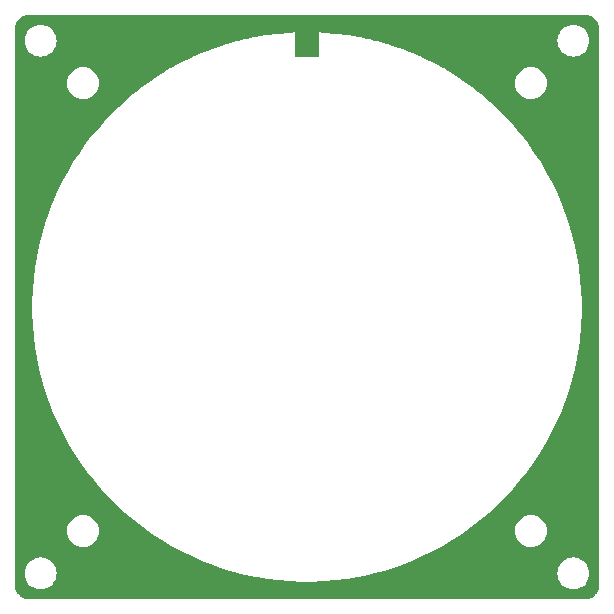
<source format=gbr>
%TF.GenerationSoftware,KiCad,Pcbnew,7.0.5*%
%TF.CreationDate,2024-08-05T11:44:26+08:00*%
%TF.ProjectId,TPS,5450532e-6b69-4636-9164-5f7063625858,rev?*%
%TF.SameCoordinates,Original*%
%TF.FileFunction,Copper,L1,Top*%
%TF.FilePolarity,Positive*%
%FSLAX46Y46*%
G04 Gerber Fmt 4.6, Leading zero omitted, Abs format (unit mm)*
G04 Created by KiCad (PCBNEW 7.0.5) date 2024-08-05 11:44:26*
%MOMM*%
%LPD*%
G01*
G04 APERTURE LIST*
G04 APERTURE END LIST*
%TA.AperFunction,NonConductor*%
G36*
X86707426Y-55686691D02*
G01*
X86710040Y-55686896D01*
X86762011Y-55690986D01*
X86902579Y-55703285D01*
X86920698Y-55706236D01*
X87000242Y-55725333D01*
X87001699Y-55725702D01*
X87088318Y-55748912D01*
X87111714Y-55755181D01*
X87119400Y-55757790D01*
X87168484Y-55778120D01*
X87204737Y-55793136D01*
X87207156Y-55794201D01*
X87304970Y-55839813D01*
X87311140Y-55843128D01*
X87353965Y-55869371D01*
X87391767Y-55892537D01*
X87394927Y-55894608D01*
X87481606Y-55955302D01*
X87486285Y-55958924D01*
X87558840Y-56020892D01*
X87562389Y-56024173D01*
X87636824Y-56098608D01*
X87640109Y-56102162D01*
X87702070Y-56174708D01*
X87705707Y-56179406D01*
X87766385Y-56266064D01*
X87768461Y-56269231D01*
X87817863Y-56349845D01*
X87821193Y-56356043D01*
X87866780Y-56453804D01*
X87867870Y-56456281D01*
X87903208Y-56541598D01*
X87905817Y-56549284D01*
X87935277Y-56659226D01*
X87935676Y-56660800D01*
X87954760Y-56740290D01*
X87957714Y-56758430D01*
X87970014Y-56899024D01*
X87974309Y-56953572D01*
X87974500Y-56958440D01*
X87974500Y-103927559D01*
X87974309Y-103932427D01*
X87970014Y-103986974D01*
X87957714Y-104127568D01*
X87954760Y-104145708D01*
X87935676Y-104225198D01*
X87935277Y-104226772D01*
X87905817Y-104336714D01*
X87903208Y-104344400D01*
X87867870Y-104429717D01*
X87866780Y-104432194D01*
X87821193Y-104529955D01*
X87817863Y-104536153D01*
X87768461Y-104616767D01*
X87766385Y-104619934D01*
X87705707Y-104706592D01*
X87702062Y-104711300D01*
X87640118Y-104783827D01*
X87636812Y-104787403D01*
X87562403Y-104861812D01*
X87558827Y-104865118D01*
X87486300Y-104927062D01*
X87481592Y-104930707D01*
X87394934Y-104991385D01*
X87391767Y-104993461D01*
X87311153Y-105042863D01*
X87304955Y-105046193D01*
X87207194Y-105091780D01*
X87204717Y-105092870D01*
X87119400Y-105128208D01*
X87111714Y-105130817D01*
X87001772Y-105160277D01*
X87000198Y-105160676D01*
X86920708Y-105179760D01*
X86902568Y-105182714D01*
X86761974Y-105195014D01*
X86707427Y-105199309D01*
X86702559Y-105199500D01*
X39733441Y-105199500D01*
X39728573Y-105199309D01*
X39674024Y-105195014D01*
X39533430Y-105182714D01*
X39515290Y-105179760D01*
X39435800Y-105160676D01*
X39434226Y-105160277D01*
X39324284Y-105130817D01*
X39316598Y-105128208D01*
X39231281Y-105092870D01*
X39228804Y-105091780D01*
X39131043Y-105046193D01*
X39124845Y-105042863D01*
X39044231Y-104993461D01*
X39041064Y-104991385D01*
X39008182Y-104968361D01*
X38954399Y-104930702D01*
X38949708Y-104927070D01*
X38877162Y-104865109D01*
X38873608Y-104861824D01*
X38799173Y-104787389D01*
X38795892Y-104783840D01*
X38733924Y-104711285D01*
X38730302Y-104706606D01*
X38669608Y-104619927D01*
X38667537Y-104616767D01*
X38650182Y-104588448D01*
X38618128Y-104536140D01*
X38614813Y-104529970D01*
X38569201Y-104432156D01*
X38568136Y-104429737D01*
X38553120Y-104393484D01*
X38532790Y-104344400D01*
X38530181Y-104336714D01*
X38513350Y-104273901D01*
X38500702Y-104226699D01*
X38500333Y-104225242D01*
X38481236Y-104145698D01*
X38478285Y-104127579D01*
X38465984Y-103986974D01*
X38461691Y-103932426D01*
X38461500Y-103927560D01*
X38461500Y-103000000D01*
X39305341Y-103000000D01*
X39325936Y-103235403D01*
X39325938Y-103235413D01*
X39387094Y-103463655D01*
X39387096Y-103463659D01*
X39387097Y-103463663D01*
X39417613Y-103529104D01*
X39486964Y-103677828D01*
X39486965Y-103677830D01*
X39622505Y-103871402D01*
X39789597Y-104038494D01*
X39983169Y-104174034D01*
X39983171Y-104174035D01*
X40197337Y-104273903D01*
X40425592Y-104335063D01*
X40602032Y-104350499D01*
X40602033Y-104350500D01*
X40602034Y-104350500D01*
X40719967Y-104350500D01*
X40719967Y-104350499D01*
X40896408Y-104335063D01*
X41124663Y-104273903D01*
X41338829Y-104174035D01*
X41532401Y-104038495D01*
X41699495Y-103871401D01*
X41835035Y-103677830D01*
X41934903Y-103463663D01*
X41996063Y-103235408D01*
X42016659Y-103000000D01*
X42016412Y-102997182D01*
X41996063Y-102764596D01*
X41996063Y-102764592D01*
X41934903Y-102536337D01*
X41835035Y-102322171D01*
X41835034Y-102322169D01*
X41699494Y-102128597D01*
X41532402Y-101961505D01*
X41338830Y-101825965D01*
X41338828Y-101825964D01*
X41231746Y-101776030D01*
X41124663Y-101726097D01*
X41124659Y-101726096D01*
X41124655Y-101726094D01*
X40896413Y-101664938D01*
X40896403Y-101664936D01*
X40719967Y-101649500D01*
X40719966Y-101649500D01*
X40602034Y-101649500D01*
X40602033Y-101649500D01*
X40425596Y-101664936D01*
X40425586Y-101664938D01*
X40197344Y-101726094D01*
X40197335Y-101726098D01*
X39983171Y-101825964D01*
X39983169Y-101825965D01*
X39789597Y-101961505D01*
X39622506Y-102128597D01*
X39622501Y-102128604D01*
X39486967Y-102322165D01*
X39486965Y-102322169D01*
X39387098Y-102536335D01*
X39387094Y-102536344D01*
X39325938Y-102764586D01*
X39325936Y-102764596D01*
X39305341Y-102999999D01*
X39305341Y-103000000D01*
X38461500Y-103000000D01*
X38461500Y-99400000D01*
X42905341Y-99400000D01*
X42925936Y-99635403D01*
X42925938Y-99635413D01*
X42987094Y-99863655D01*
X42987096Y-99863659D01*
X42987097Y-99863663D01*
X43017176Y-99928167D01*
X43086964Y-100077828D01*
X43086965Y-100077830D01*
X43222505Y-100271402D01*
X43389597Y-100438494D01*
X43583169Y-100574034D01*
X43583171Y-100574035D01*
X43797337Y-100673903D01*
X44025592Y-100735063D01*
X44202032Y-100750499D01*
X44202033Y-100750500D01*
X44202034Y-100750500D01*
X44319967Y-100750500D01*
X44319967Y-100750499D01*
X44496408Y-100735063D01*
X44724663Y-100673903D01*
X44938829Y-100574035D01*
X45132401Y-100438495D01*
X45299495Y-100271401D01*
X45435035Y-100077830D01*
X45534903Y-99863663D01*
X45596063Y-99635408D01*
X45616659Y-99400000D01*
X45596063Y-99164592D01*
X45534903Y-98936337D01*
X45435035Y-98722171D01*
X45435034Y-98722169D01*
X45299494Y-98528597D01*
X45132402Y-98361505D01*
X44938830Y-98225965D01*
X44938828Y-98225964D01*
X44831746Y-98176030D01*
X44724663Y-98126097D01*
X44724659Y-98126096D01*
X44724655Y-98126094D01*
X44496413Y-98064938D01*
X44496403Y-98064936D01*
X44319967Y-98049500D01*
X44319966Y-98049500D01*
X44202034Y-98049500D01*
X44202033Y-98049500D01*
X44025596Y-98064936D01*
X44025586Y-98064938D01*
X43797344Y-98126094D01*
X43797335Y-98126098D01*
X43583171Y-98225964D01*
X43583169Y-98225965D01*
X43389597Y-98361505D01*
X43222506Y-98528597D01*
X43222501Y-98528604D01*
X43086967Y-98722165D01*
X43086965Y-98722169D01*
X42987098Y-98936335D01*
X42987094Y-98936344D01*
X42925938Y-99164586D01*
X42925936Y-99164596D01*
X42905341Y-99399999D01*
X42905341Y-99400000D01*
X38461500Y-99400000D01*
X38461500Y-80007649D01*
X39951840Y-80007649D01*
X39953695Y-80968345D01*
X39995198Y-81928075D01*
X40076280Y-82885316D01*
X40076283Y-82885343D01*
X40196800Y-83838374D01*
X40196803Y-83838395D01*
X40356558Y-84785670D01*
X40555279Y-85725562D01*
X40555284Y-85725583D01*
X40792620Y-86656443D01*
X41068181Y-87576732D01*
X41068184Y-87576740D01*
X41068187Y-87576749D01*
X41381499Y-88484886D01*
X41381505Y-88484901D01*
X41732023Y-89379310D01*
X41732026Y-89379316D01*
X41732027Y-89379318D01*
X42119173Y-90258519D01*
X42542277Y-91120992D01*
X43000619Y-91965267D01*
X43000626Y-91965279D01*
X43000630Y-91965286D01*
X43493412Y-92789896D01*
X43493429Y-92789924D01*
X44019835Y-93593505D01*
X44019851Y-93593527D01*
X44578959Y-94374675D01*
X44578964Y-94374682D01*
X45169857Y-95132112D01*
X45169859Y-95132115D01*
X45791508Y-95864510D01*
X45791528Y-95864533D01*
X46316830Y-96433999D01*
X46442883Y-96570650D01*
X47111457Y-97237935D01*
X47122840Y-97249296D01*
X47830202Y-97899274D01*
X47830210Y-97899281D01*
X48563814Y-98519524D01*
X49322393Y-99108960D01*
X50104655Y-99666584D01*
X50909265Y-100191446D01*
X51734853Y-100682651D01*
X52580011Y-101139361D01*
X53443299Y-101560800D01*
X53443306Y-101560803D01*
X53443310Y-101560805D01*
X53443336Y-101560817D01*
X54323211Y-101946232D01*
X54323227Y-101946238D01*
X54323247Y-101946247D01*
X55218353Y-102295047D01*
X56127094Y-102606605D01*
X57047919Y-102880390D01*
X57979259Y-103115936D01*
X57979283Y-103115941D01*
X57979287Y-103115942D01*
X58919522Y-103312839D01*
X59037955Y-103332577D01*
X59867123Y-103470768D01*
X60820429Y-103589450D01*
X61777821Y-103668683D01*
X61900381Y-103673745D01*
X62737663Y-103708334D01*
X62737667Y-103708334D01*
X63698337Y-103708334D01*
X64436778Y-103677829D01*
X64658179Y-103668683D01*
X65615571Y-103589450D01*
X66568877Y-103470768D01*
X67516471Y-103312840D01*
X67516471Y-103312839D01*
X67516477Y-103312839D01*
X68456712Y-103115942D01*
X68456709Y-103115942D01*
X68456741Y-103115936D01*
X68915148Y-103000000D01*
X84419341Y-103000000D01*
X84439936Y-103235403D01*
X84439938Y-103235413D01*
X84501094Y-103463655D01*
X84501096Y-103463659D01*
X84501097Y-103463663D01*
X84531613Y-103529104D01*
X84600964Y-103677828D01*
X84600965Y-103677830D01*
X84736505Y-103871402D01*
X84903597Y-104038494D01*
X85097169Y-104174034D01*
X85097171Y-104174035D01*
X85311337Y-104273903D01*
X85539592Y-104335063D01*
X85716032Y-104350499D01*
X85716033Y-104350500D01*
X85716034Y-104350500D01*
X85833967Y-104350500D01*
X85833967Y-104350499D01*
X86010408Y-104335063D01*
X86238663Y-104273903D01*
X86452829Y-104174035D01*
X86646401Y-104038495D01*
X86813495Y-103871401D01*
X86949035Y-103677830D01*
X87048903Y-103463663D01*
X87110063Y-103235408D01*
X87130659Y-103000000D01*
X87130412Y-102997182D01*
X87110063Y-102764596D01*
X87110063Y-102764592D01*
X87048903Y-102536337D01*
X86949035Y-102322171D01*
X86949034Y-102322169D01*
X86813494Y-102128597D01*
X86646402Y-101961505D01*
X86452830Y-101825965D01*
X86452828Y-101825964D01*
X86345746Y-101776031D01*
X86238663Y-101726097D01*
X86238659Y-101726096D01*
X86238655Y-101726094D01*
X86010413Y-101664938D01*
X86010403Y-101664936D01*
X85833967Y-101649500D01*
X85833966Y-101649500D01*
X85716034Y-101649500D01*
X85716033Y-101649500D01*
X85539596Y-101664936D01*
X85539586Y-101664938D01*
X85311344Y-101726094D01*
X85311335Y-101726098D01*
X85097171Y-101825964D01*
X85097169Y-101825965D01*
X84903597Y-101961505D01*
X84736506Y-102128597D01*
X84736501Y-102128604D01*
X84600967Y-102322165D01*
X84600965Y-102322169D01*
X84501098Y-102536335D01*
X84501094Y-102536344D01*
X84439938Y-102764586D01*
X84439936Y-102764596D01*
X84419341Y-102999999D01*
X84419341Y-103000000D01*
X68915148Y-103000000D01*
X69388081Y-102880390D01*
X70308906Y-102606605D01*
X71217647Y-102295047D01*
X72112753Y-101946247D01*
X72112781Y-101946234D01*
X72112788Y-101946232D01*
X72992663Y-101560817D01*
X72992678Y-101560810D01*
X72992701Y-101560800D01*
X73855989Y-101139361D01*
X74701147Y-100682651D01*
X75526735Y-100191446D01*
X76331345Y-99666584D01*
X76705322Y-99400000D01*
X80819341Y-99400000D01*
X80839936Y-99635403D01*
X80839938Y-99635413D01*
X80901094Y-99863655D01*
X80901096Y-99863659D01*
X80901097Y-99863663D01*
X80931176Y-99928167D01*
X81000964Y-100077828D01*
X81000965Y-100077830D01*
X81136505Y-100271402D01*
X81303597Y-100438494D01*
X81497169Y-100574034D01*
X81497171Y-100574035D01*
X81711337Y-100673903D01*
X81939592Y-100735063D01*
X82116032Y-100750499D01*
X82116033Y-100750500D01*
X82116034Y-100750500D01*
X82233967Y-100750500D01*
X82233967Y-100750499D01*
X82410408Y-100735063D01*
X82638663Y-100673903D01*
X82852829Y-100574035D01*
X83046401Y-100438495D01*
X83213495Y-100271401D01*
X83349035Y-100077830D01*
X83448903Y-99863663D01*
X83510063Y-99635408D01*
X83530659Y-99400000D01*
X83510063Y-99164592D01*
X83448903Y-98936337D01*
X83349035Y-98722171D01*
X83349034Y-98722169D01*
X83213494Y-98528597D01*
X83046402Y-98361505D01*
X82852830Y-98225965D01*
X82852828Y-98225964D01*
X82745746Y-98176031D01*
X82638663Y-98126097D01*
X82638659Y-98126096D01*
X82638655Y-98126094D01*
X82410413Y-98064938D01*
X82410403Y-98064936D01*
X82233967Y-98049500D01*
X82233966Y-98049500D01*
X82116034Y-98049500D01*
X82116033Y-98049500D01*
X81939596Y-98064936D01*
X81939586Y-98064938D01*
X81711344Y-98126094D01*
X81711335Y-98126098D01*
X81497171Y-98225964D01*
X81497169Y-98225965D01*
X81303597Y-98361505D01*
X81136506Y-98528597D01*
X81136501Y-98528604D01*
X81000967Y-98722165D01*
X81000965Y-98722169D01*
X80901098Y-98936335D01*
X80901094Y-98936344D01*
X80839938Y-99164586D01*
X80839936Y-99164596D01*
X80819341Y-99399999D01*
X80819341Y-99400000D01*
X76705322Y-99400000D01*
X77113607Y-99108960D01*
X77872186Y-98519524D01*
X78605790Y-97899281D01*
X79313169Y-97249287D01*
X79993117Y-96570650D01*
X80644476Y-95864528D01*
X81266135Y-95132122D01*
X81857035Y-94374683D01*
X82416168Y-93593500D01*
X82942583Y-92789905D01*
X83435381Y-91965267D01*
X83893723Y-91120992D01*
X84316827Y-90258519D01*
X84703973Y-89379318D01*
X85054501Y-88484886D01*
X85367813Y-87576749D01*
X85643376Y-86656455D01*
X85880719Y-85725570D01*
X86079439Y-84785683D01*
X86239196Y-83838395D01*
X86299474Y-83361731D01*
X86359716Y-82885343D01*
X86359719Y-82885316D01*
X86400267Y-82406616D01*
X86440801Y-81928083D01*
X86482305Y-80968315D01*
X86484160Y-80007652D01*
X86446363Y-79047731D01*
X86368978Y-78090188D01*
X86252140Y-77136677D01*
X86252139Y-77136667D01*
X86225669Y-76975931D01*
X86096040Y-76188757D01*
X85900952Y-75248109D01*
X85667205Y-74316315D01*
X85395199Y-73394963D01*
X85085396Y-72485623D01*
X84738325Y-71589844D01*
X84354578Y-70709154D01*
X83934807Y-69845054D01*
X83479729Y-68999015D01*
X82990120Y-68172480D01*
X82990118Y-68172476D01*
X82466814Y-67366860D01*
X82466813Y-67366858D01*
X81910700Y-66583521D01*
X81322730Y-65823806D01*
X81013866Y-65457057D01*
X80703899Y-65088998D01*
X80055286Y-64380382D01*
X80055277Y-64380372D01*
X79835634Y-64159453D01*
X79835581Y-64159356D01*
X79834163Y-64157973D01*
X79377946Y-63699106D01*
X79147065Y-63485305D01*
X79146838Y-63484925D01*
X79141050Y-63479735D01*
X79026325Y-63373497D01*
X78673092Y-63046394D01*
X78431186Y-62840261D01*
X78430761Y-62839612D01*
X78420452Y-62831114D01*
X77941896Y-62423328D01*
X77941888Y-62423321D01*
X77689177Y-62225388D01*
X77688534Y-62224489D01*
X77673598Y-62213186D01*
X77610583Y-62163830D01*
X77185591Y-61830960D01*
X76922381Y-61641797D01*
X76921498Y-61640664D01*
X76901815Y-61627017D01*
X76705598Y-61486000D01*
X80819341Y-61486000D01*
X80839936Y-61721403D01*
X80839938Y-61721413D01*
X80901094Y-61949655D01*
X80901096Y-61949659D01*
X80901097Y-61949663D01*
X80951031Y-62056745D01*
X81000964Y-62163828D01*
X81000965Y-62163830D01*
X81136505Y-62357402D01*
X81303597Y-62524494D01*
X81497169Y-62660034D01*
X81497171Y-62660035D01*
X81711337Y-62759903D01*
X81939592Y-62821063D01*
X82116032Y-62836499D01*
X82116033Y-62836500D01*
X82116034Y-62836500D01*
X82233967Y-62836500D01*
X82233967Y-62836499D01*
X82410408Y-62821063D01*
X82638663Y-62759903D01*
X82852829Y-62660035D01*
X83046401Y-62524495D01*
X83213495Y-62357401D01*
X83349035Y-62163830D01*
X83448903Y-61949663D01*
X83510063Y-61721408D01*
X83530659Y-61486000D01*
X83510063Y-61250592D01*
X83448903Y-61022337D01*
X83349035Y-60808171D01*
X83349034Y-60808169D01*
X83213494Y-60614597D01*
X83046402Y-60447505D01*
X82852830Y-60311965D01*
X82852828Y-60311964D01*
X82715579Y-60247964D01*
X82638663Y-60212097D01*
X82638659Y-60212096D01*
X82638655Y-60212094D01*
X82410413Y-60150938D01*
X82410403Y-60150936D01*
X82233967Y-60135500D01*
X82233966Y-60135500D01*
X82116034Y-60135500D01*
X82116033Y-60135500D01*
X81939596Y-60150936D01*
X81939586Y-60150938D01*
X81711344Y-60212094D01*
X81711335Y-60212098D01*
X81497171Y-60311964D01*
X81497169Y-60311965D01*
X81303597Y-60447505D01*
X81136506Y-60614597D01*
X81136501Y-60614604D01*
X81000967Y-60808165D01*
X81000965Y-60808169D01*
X80901098Y-61022335D01*
X80901094Y-61022344D01*
X80839938Y-61250586D01*
X80839936Y-61250596D01*
X80819341Y-61485999D01*
X80819341Y-61486000D01*
X76705598Y-61486000D01*
X76675031Y-61464032D01*
X76405501Y-61270327D01*
X76405489Y-61270319D01*
X76375492Y-61250586D01*
X76132046Y-61090438D01*
X76130901Y-61089087D01*
X76106367Y-61073545D01*
X75602935Y-60742368D01*
X75319570Y-60572287D01*
X75318147Y-60570743D01*
X75288801Y-60553819D01*
X75192516Y-60496027D01*
X74779228Y-60247964D01*
X74486356Y-60088236D01*
X74484637Y-60086519D01*
X74450433Y-60068644D01*
X73935840Y-59787993D01*
X73633793Y-59639093D01*
X73631766Y-59637229D01*
X73592760Y-59618865D01*
X73381843Y-59514889D01*
X73074188Y-59363225D01*
X72763322Y-59225622D01*
X72760965Y-59223628D01*
X72717139Y-59205179D01*
X72195717Y-58974374D01*
X71876520Y-58848569D01*
X71873825Y-58846473D01*
X71825241Y-58828359D01*
X71825238Y-58828358D01*
X71301980Y-58622126D01*
X71301955Y-58622116D01*
X70974860Y-58508559D01*
X70971819Y-58506389D01*
X70918635Y-58489041D01*
X70850970Y-58465550D01*
X70394450Y-58307061D01*
X70394433Y-58307055D01*
X70394419Y-58307051D01*
X70059909Y-58206184D01*
X70056506Y-58203962D01*
X69998803Y-58187759D01*
X69474728Y-58029733D01*
X69474702Y-58029725D01*
X69133195Y-57941950D01*
X69129422Y-57939702D01*
X69067346Y-57925025D01*
X68915513Y-57886000D01*
X84419341Y-57886000D01*
X84439936Y-58121403D01*
X84439938Y-58121413D01*
X84501094Y-58349655D01*
X84501096Y-58349659D01*
X84501097Y-58349663D01*
X84551031Y-58456745D01*
X84600964Y-58563828D01*
X84600965Y-58563830D01*
X84736505Y-58757402D01*
X84903597Y-58924494D01*
X85097169Y-59060034D01*
X85097171Y-59060035D01*
X85311337Y-59159903D01*
X85539592Y-59221063D01*
X85716032Y-59236499D01*
X85716033Y-59236500D01*
X85716034Y-59236500D01*
X85833967Y-59236500D01*
X85833967Y-59236499D01*
X86010408Y-59221063D01*
X86238663Y-59159903D01*
X86452829Y-59060035D01*
X86646401Y-58924495D01*
X86813495Y-58757401D01*
X86949035Y-58563830D01*
X87048903Y-58349663D01*
X87110063Y-58121408D01*
X87130659Y-57886000D01*
X87110063Y-57650592D01*
X87048903Y-57422337D01*
X86949035Y-57208171D01*
X86949034Y-57208169D01*
X86813494Y-57014597D01*
X86646402Y-56847505D01*
X86452830Y-56711965D01*
X86452828Y-56711964D01*
X86338152Y-56658490D01*
X86238663Y-56612097D01*
X86238659Y-56612096D01*
X86238655Y-56612094D01*
X86010413Y-56550938D01*
X86010403Y-56550936D01*
X85833967Y-56535500D01*
X85833966Y-56535500D01*
X85716034Y-56535500D01*
X85716033Y-56535500D01*
X85539596Y-56550936D01*
X85539586Y-56550938D01*
X85311344Y-56612094D01*
X85311335Y-56612098D01*
X85097171Y-56711964D01*
X85097169Y-56711965D01*
X84903597Y-56847505D01*
X84736506Y-57014597D01*
X84736501Y-57014604D01*
X84600967Y-57208165D01*
X84600965Y-57208169D01*
X84501098Y-57422335D01*
X84501094Y-57422344D01*
X84439938Y-57650586D01*
X84439936Y-57650596D01*
X84419341Y-57885999D01*
X84419341Y-57886000D01*
X68915513Y-57886000D01*
X68836322Y-57865646D01*
X68544265Y-57790581D01*
X68544256Y-57790579D01*
X68544231Y-57790573D01*
X68196328Y-57716314D01*
X68192190Y-57714075D01*
X68125908Y-57701283D01*
X67604778Y-57590050D01*
X67604768Y-57590048D01*
X67604763Y-57590047D01*
X67604756Y-57590045D01*
X67604731Y-57590041D01*
X66657815Y-57428465D01*
X66657781Y-57428460D01*
X65704956Y-57306099D01*
X65704908Y-57306094D01*
X64747884Y-57223169D01*
X64747870Y-57223168D01*
X64747866Y-57223168D01*
X64551776Y-57214313D01*
X64289376Y-57202464D01*
X64284956Y-57201498D01*
X64268328Y-57201459D01*
X64267563Y-57201441D01*
X64267478Y-57201518D01*
X64267437Y-57203373D01*
X64265959Y-57236223D01*
X64267499Y-57252236D01*
X64267500Y-59118500D01*
X64247815Y-59185539D01*
X64195012Y-59231294D01*
X64143500Y-59242500D01*
X62292500Y-59242500D01*
X62225461Y-59222815D01*
X62179706Y-59170011D01*
X62168500Y-59118500D01*
X62168500Y-58187753D01*
X62168500Y-57252232D01*
X62170460Y-57245557D01*
X62168563Y-57203373D01*
X62168521Y-57201518D01*
X62168432Y-57201437D01*
X62167500Y-57201457D01*
X62151504Y-57201439D01*
X62146821Y-57202455D01*
X61831770Y-57216681D01*
X61688134Y-57223168D01*
X61688130Y-57223168D01*
X61688115Y-57223169D01*
X60731091Y-57306094D01*
X60731043Y-57306099D01*
X59778218Y-57428460D01*
X59778184Y-57428465D01*
X58831268Y-57590041D01*
X58831221Y-57590050D01*
X58310097Y-57701282D01*
X58245256Y-57713796D01*
X58239697Y-57716309D01*
X57891768Y-57790573D01*
X57891723Y-57790584D01*
X57368657Y-57925024D01*
X57307896Y-57939391D01*
X57302808Y-57941949D01*
X56961297Y-58029725D01*
X56961271Y-58029733D01*
X56437216Y-58187753D01*
X56380702Y-58203622D01*
X56376092Y-58206184D01*
X56041580Y-58307051D01*
X56041559Y-58307058D01*
X56041550Y-58307061D01*
X55918860Y-58349655D01*
X55517353Y-58489044D01*
X55465276Y-58506031D01*
X55461140Y-58508559D01*
X55134044Y-58622116D01*
X54610760Y-58828358D01*
X54563153Y-58846107D01*
X54559479Y-58848569D01*
X54240282Y-58974374D01*
X53718886Y-59205168D01*
X53675905Y-59223260D01*
X53672678Y-59225621D01*
X53361811Y-59363225D01*
X52843255Y-59618857D01*
X52804993Y-59636870D01*
X52802206Y-59639093D01*
X52500160Y-59787993D01*
X52500159Y-59787993D01*
X51985605Y-60068623D01*
X51952023Y-60086172D01*
X51949644Y-60088236D01*
X51656752Y-60247975D01*
X51147200Y-60553817D01*
X51118403Y-60570425D01*
X51116429Y-60572287D01*
X51045927Y-60614604D01*
X50833088Y-60742354D01*
X50833081Y-60742358D01*
X50833082Y-60742358D01*
X50329635Y-61073543D01*
X50305553Y-61088799D01*
X50303951Y-61090439D01*
X50030543Y-61270296D01*
X50030498Y-61270327D01*
X49534244Y-61626974D01*
X49514863Y-61640412D01*
X49513618Y-61641797D01*
X49250407Y-61830961D01*
X49250393Y-61830972D01*
X48762441Y-62213154D01*
X48747735Y-62224284D01*
X48746822Y-62225388D01*
X48494111Y-62423321D01*
X48494103Y-62423328D01*
X48015586Y-62831081D01*
X48005423Y-62839458D01*
X48004814Y-62840261D01*
X47762914Y-63046388D01*
X47294956Y-63479728D01*
X47289265Y-63484831D01*
X47288935Y-63485305D01*
X47058042Y-63699117D01*
X46601876Y-64157933D01*
X46600442Y-64159330D01*
X46600363Y-64159455D01*
X46380713Y-64380382D01*
X45732100Y-65088998D01*
X45113273Y-65823801D01*
X44525295Y-66583528D01*
X43969185Y-67366860D01*
X43445881Y-68172476D01*
X42956274Y-68999009D01*
X42956259Y-68999035D01*
X42501209Y-69845022D01*
X42081424Y-70709148D01*
X42081414Y-70709169D01*
X41697681Y-71589830D01*
X41697675Y-71589844D01*
X41565617Y-71930680D01*
X41350605Y-72485618D01*
X41195591Y-72940619D01*
X41040801Y-73394963D01*
X40768795Y-74316315D01*
X40768789Y-74316336D01*
X40768787Y-74316342D01*
X40535055Y-75248076D01*
X40535046Y-75248114D01*
X40339968Y-76188717D01*
X40339955Y-76188782D01*
X40183860Y-77136667D01*
X40183859Y-77136677D01*
X40067025Y-78090157D01*
X40067020Y-78090202D01*
X39989636Y-79047742D01*
X39951840Y-80007649D01*
X38461500Y-80007649D01*
X38461500Y-61486000D01*
X42905341Y-61486000D01*
X42925936Y-61721403D01*
X42925938Y-61721413D01*
X42987094Y-61949655D01*
X42987096Y-61949659D01*
X42987097Y-61949663D01*
X43037031Y-62056745D01*
X43086964Y-62163828D01*
X43086965Y-62163830D01*
X43222505Y-62357402D01*
X43389597Y-62524494D01*
X43583169Y-62660034D01*
X43583171Y-62660035D01*
X43797337Y-62759903D01*
X44025592Y-62821063D01*
X44202032Y-62836499D01*
X44202033Y-62836500D01*
X44202034Y-62836500D01*
X44319967Y-62836500D01*
X44319967Y-62836499D01*
X44496408Y-62821063D01*
X44724663Y-62759903D01*
X44938829Y-62660035D01*
X45132401Y-62524495D01*
X45299495Y-62357401D01*
X45435035Y-62163830D01*
X45534903Y-61949663D01*
X45596063Y-61721408D01*
X45616659Y-61486000D01*
X45596063Y-61250592D01*
X45534903Y-61022337D01*
X45435035Y-60808171D01*
X45435034Y-60808169D01*
X45299494Y-60614597D01*
X45132402Y-60447505D01*
X44938830Y-60311965D01*
X44938828Y-60311964D01*
X44801579Y-60247964D01*
X44724663Y-60212097D01*
X44724659Y-60212096D01*
X44724655Y-60212094D01*
X44496413Y-60150938D01*
X44496403Y-60150936D01*
X44319967Y-60135500D01*
X44319966Y-60135500D01*
X44202034Y-60135500D01*
X44202033Y-60135500D01*
X44025596Y-60150936D01*
X44025586Y-60150938D01*
X43797344Y-60212094D01*
X43797335Y-60212098D01*
X43583171Y-60311964D01*
X43583169Y-60311965D01*
X43389597Y-60447505D01*
X43222506Y-60614597D01*
X43222501Y-60614604D01*
X43086967Y-60808165D01*
X43086965Y-60808169D01*
X42987098Y-61022335D01*
X42987094Y-61022344D01*
X42925938Y-61250586D01*
X42925936Y-61250596D01*
X42905341Y-61485999D01*
X42905341Y-61486000D01*
X38461500Y-61486000D01*
X38461500Y-57886000D01*
X39305341Y-57886000D01*
X39325936Y-58121403D01*
X39325938Y-58121413D01*
X39387094Y-58349655D01*
X39387096Y-58349659D01*
X39387097Y-58349663D01*
X39437030Y-58456745D01*
X39486964Y-58563828D01*
X39486965Y-58563830D01*
X39622505Y-58757402D01*
X39789597Y-58924494D01*
X39983169Y-59060034D01*
X39983171Y-59060035D01*
X40197337Y-59159903D01*
X40425592Y-59221063D01*
X40602032Y-59236499D01*
X40602033Y-59236500D01*
X40602034Y-59236500D01*
X40719967Y-59236500D01*
X40719967Y-59236499D01*
X40896408Y-59221063D01*
X41124663Y-59159903D01*
X41338829Y-59060035D01*
X41532401Y-58924495D01*
X41699495Y-58757401D01*
X41835035Y-58563830D01*
X41934903Y-58349663D01*
X41996063Y-58121408D01*
X42016659Y-57886000D01*
X41996063Y-57650592D01*
X41934903Y-57422337D01*
X41835035Y-57208171D01*
X41835034Y-57208169D01*
X41699494Y-57014597D01*
X41532402Y-56847505D01*
X41338830Y-56711965D01*
X41338828Y-56711964D01*
X41224152Y-56658490D01*
X41124663Y-56612097D01*
X41124659Y-56612096D01*
X41124655Y-56612094D01*
X40896413Y-56550938D01*
X40896403Y-56550936D01*
X40719967Y-56535500D01*
X40719966Y-56535500D01*
X40602034Y-56535500D01*
X40602033Y-56535500D01*
X40425596Y-56550936D01*
X40425586Y-56550938D01*
X40197344Y-56612094D01*
X40197335Y-56612098D01*
X39983171Y-56711964D01*
X39983169Y-56711965D01*
X39789597Y-56847505D01*
X39622506Y-57014597D01*
X39622501Y-57014604D01*
X39486967Y-57208165D01*
X39486965Y-57208169D01*
X39387098Y-57422335D01*
X39387094Y-57422344D01*
X39325938Y-57650586D01*
X39325936Y-57650596D01*
X39305341Y-57885999D01*
X39305341Y-57886000D01*
X38461500Y-57886000D01*
X38461500Y-56958436D01*
X38461691Y-56953571D01*
X38465979Y-56899080D01*
X38478286Y-56758416D01*
X38481235Y-56740305D01*
X38500342Y-56660719D01*
X38500693Y-56659335D01*
X38530182Y-56549280D01*
X38532790Y-56541598D01*
X38535316Y-56535500D01*
X38568151Y-56456228D01*
X38569185Y-56453877D01*
X38614820Y-56356014D01*
X38618119Y-56349873D01*
X38667548Y-56269213D01*
X38669587Y-56266102D01*
X38730316Y-56179372D01*
X38733908Y-56174733D01*
X38795914Y-56102133D01*
X38799149Y-56098634D01*
X38873634Y-56024149D01*
X38877133Y-56020914D01*
X38949733Y-55958908D01*
X38954372Y-55955316D01*
X39041102Y-55894587D01*
X39044213Y-55892548D01*
X39124873Y-55843119D01*
X39131014Y-55839820D01*
X39228877Y-55794185D01*
X39231228Y-55793151D01*
X39316599Y-55757789D01*
X39324280Y-55755182D01*
X39434335Y-55725693D01*
X39435719Y-55725342D01*
X39515305Y-55706235D01*
X39533416Y-55703286D01*
X39674043Y-55690982D01*
X39721497Y-55687247D01*
X39728575Y-55686691D01*
X39733440Y-55686500D01*
X86702560Y-55686500D01*
X86707426Y-55686691D01*
G37*
%TD.AperFunction*%
M02*

</source>
